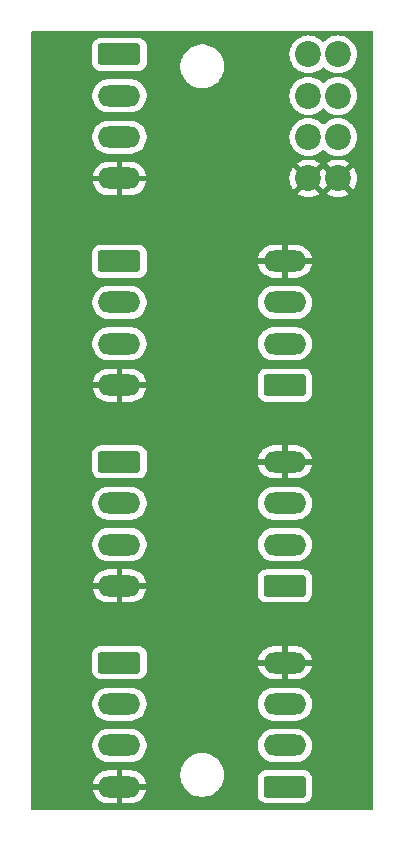
<source format=gbr>
%TF.GenerationSoftware,KiCad,Pcbnew,8.0.2*%
%TF.CreationDate,2024-09-06T00:12:25+02:00*%
%TF.ProjectId,splitX_pluggable_4p,73706c69-7458-45f7-906c-75676761626c,rev?*%
%TF.SameCoordinates,Original*%
%TF.FileFunction,Copper,L4,Bot*%
%TF.FilePolarity,Positive*%
%FSLAX46Y46*%
G04 Gerber Fmt 4.6, Leading zero omitted, Abs format (unit mm)*
G04 Created by KiCad (PCBNEW 8.0.2) date 2024-09-06 00:12:25*
%MOMM*%
%LPD*%
G01*
G04 APERTURE LIST*
G04 Aperture macros list*
%AMRoundRect*
0 Rectangle with rounded corners*
0 $1 Rounding radius*
0 $2 $3 $4 $5 $6 $7 $8 $9 X,Y pos of 4 corners*
0 Add a 4 corners polygon primitive as box body*
4,1,4,$2,$3,$4,$5,$6,$7,$8,$9,$2,$3,0*
0 Add four circle primitives for the rounded corners*
1,1,$1+$1,$2,$3*
1,1,$1+$1,$4,$5*
1,1,$1+$1,$6,$7*
1,1,$1+$1,$8,$9*
0 Add four rect primitives between the rounded corners*
20,1,$1+$1,$2,$3,$4,$5,0*
20,1,$1+$1,$4,$5,$6,$7,0*
20,1,$1+$1,$6,$7,$8,$9,0*
20,1,$1+$1,$8,$9,$2,$3,0*%
G04 Aperture macros list end*
%TA.AperFunction,ComponentPad*%
%ADD10RoundRect,0.250000X-1.550000X0.650000X-1.550000X-0.650000X1.550000X-0.650000X1.550000X0.650000X0*%
%TD*%
%TA.AperFunction,ComponentPad*%
%ADD11O,3.600000X1.800000*%
%TD*%
%TA.AperFunction,ComponentPad*%
%ADD12RoundRect,0.250000X1.550000X-0.650000X1.550000X0.650000X-1.550000X0.650000X-1.550000X-0.650000X0*%
%TD*%
%TA.AperFunction,ComponentPad*%
%ADD13C,2.200000*%
%TD*%
G04 APERTURE END LIST*
D10*
%TO.P,J108,1,Pin_1*%
%TO.N,/A*%
X91000000Y-99000000D03*
D11*
%TO.P,J108,2,Pin_2*%
%TO.N,/B*%
X91000000Y-102500000D03*
%TO.P,J108,3,Pin_3*%
%TO.N,/C*%
X91000000Y-106000000D03*
%TO.P,J108,4,Pin_4*%
%TO.N,/D*%
X91000000Y-109500000D03*
%TD*%
D12*
%TO.P,J107,1,Pin_1*%
%TO.N,/A*%
X105000000Y-109500000D03*
D11*
%TO.P,J107,2,Pin_2*%
%TO.N,/B*%
X105000000Y-106000000D03*
%TO.P,J107,3,Pin_3*%
%TO.N,/C*%
X105000000Y-102500000D03*
%TO.P,J107,4,Pin_4*%
%TO.N,/D*%
X105000000Y-99000000D03*
%TD*%
D10*
%TO.P,J106,1,Pin_1*%
%TO.N,/A*%
X91000000Y-82000000D03*
D11*
%TO.P,J106,2,Pin_2*%
%TO.N,/B*%
X91000000Y-85500000D03*
%TO.P,J106,3,Pin_3*%
%TO.N,/C*%
X91000000Y-89000000D03*
%TO.P,J106,4,Pin_4*%
%TO.N,/D*%
X91000000Y-92500000D03*
%TD*%
D10*
%TO.P,J105,1,Pin_1*%
%TO.N,/A*%
X91000000Y-47500000D03*
D11*
%TO.P,J105,2,Pin_2*%
%TO.N,/B*%
X91000000Y-51000000D03*
%TO.P,J105,3,Pin_3*%
%TO.N,/C*%
X91000000Y-54500000D03*
%TO.P,J105,4,Pin_4*%
%TO.N,/D*%
X91000000Y-58000000D03*
%TD*%
D13*
%TO.P,J104,1,Pin_1*%
%TO.N,/D*%
X107000000Y-58000000D03*
X109500000Y-58000000D03*
%TO.P,J104,2,Pin_2*%
%TO.N,/C*%
X107000000Y-54500000D03*
X109500000Y-54500000D03*
%TO.P,J104,3,Pin_3*%
%TO.N,/B*%
X107000000Y-51000000D03*
X109500000Y-51000000D03*
%TO.P,J104,4,Pin_4*%
%TO.N,/A*%
X107000000Y-47500000D03*
X109500000Y-47500000D03*
%TD*%
D12*
%TO.P,J103,1,Pin_1*%
%TO.N,/A*%
X105000000Y-92500000D03*
D11*
%TO.P,J103,2,Pin_2*%
%TO.N,/B*%
X105000000Y-89000000D03*
%TO.P,J103,3,Pin_3*%
%TO.N,/C*%
X105000000Y-85500000D03*
%TO.P,J103,4,Pin_4*%
%TO.N,/D*%
X105000000Y-82000000D03*
%TD*%
D12*
%TO.P,J102,1,Pin_1*%
%TO.N,/A*%
X105000000Y-75500000D03*
D11*
%TO.P,J102,2,Pin_2*%
%TO.N,/B*%
X105000000Y-72000000D03*
%TO.P,J102,3,Pin_3*%
%TO.N,/C*%
X105000000Y-68500000D03*
%TO.P,J102,4,Pin_4*%
%TO.N,/D*%
X105000000Y-65000000D03*
%TD*%
D10*
%TO.P,J101,1,Pin_1*%
%TO.N,/A*%
X91000000Y-65000000D03*
D11*
%TO.P,J101,2,Pin_2*%
%TO.N,/B*%
X91000000Y-68500000D03*
%TO.P,J101,3,Pin_3*%
%TO.N,/C*%
X91000000Y-72000000D03*
%TO.P,J101,4,Pin_4*%
%TO.N,/D*%
X91000000Y-75500000D03*
%TD*%
%TA.AperFunction,Conductor*%
%TO.N,/D*%
G36*
X112442539Y-45520185D02*
G01*
X112488294Y-45572989D01*
X112499500Y-45624500D01*
X112499500Y-111375500D01*
X112479815Y-111442539D01*
X112427011Y-111488294D01*
X112375500Y-111499500D01*
X83624500Y-111499500D01*
X83557461Y-111479815D01*
X83511706Y-111427011D01*
X83500500Y-111375500D01*
X83500500Y-109250000D01*
X88722145Y-109250000D01*
X90451518Y-109250000D01*
X90440889Y-109268409D01*
X90400000Y-109421009D01*
X90400000Y-109578991D01*
X90440889Y-109731591D01*
X90451518Y-109750000D01*
X88722145Y-109750000D01*
X88734473Y-109827835D01*
X88734473Y-109827838D01*
X88802567Y-110037410D01*
X88902613Y-110233760D01*
X89032142Y-110412041D01*
X89187958Y-110567857D01*
X89366239Y-110697386D01*
X89562589Y-110797432D01*
X89772164Y-110865526D01*
X89989819Y-110900000D01*
X90750000Y-110900000D01*
X90750000Y-110048482D01*
X90768409Y-110059111D01*
X90921009Y-110100000D01*
X91078991Y-110100000D01*
X91231591Y-110059111D01*
X91250000Y-110048482D01*
X91250000Y-110900000D01*
X92010181Y-110900000D01*
X92227835Y-110865526D01*
X92437410Y-110797432D01*
X92633760Y-110697386D01*
X92812041Y-110567857D01*
X92967857Y-110412041D01*
X93097386Y-110233760D01*
X93197432Y-110037410D01*
X93265526Y-109827838D01*
X93265526Y-109827835D01*
X93277855Y-109750000D01*
X91548482Y-109750000D01*
X91559111Y-109731591D01*
X91600000Y-109578991D01*
X91600000Y-109421009D01*
X91559111Y-109268409D01*
X91548482Y-109250000D01*
X93277855Y-109250000D01*
X93265526Y-109172164D01*
X93265526Y-109172161D01*
X93197432Y-108962589D01*
X93097386Y-108766239D01*
X92967857Y-108587958D01*
X92812041Y-108432142D01*
X92738500Y-108378711D01*
X96149500Y-108378711D01*
X96149500Y-108621288D01*
X96181161Y-108861785D01*
X96243947Y-109096104D01*
X96336773Y-109320205D01*
X96336776Y-109320212D01*
X96458064Y-109530289D01*
X96458066Y-109530292D01*
X96458067Y-109530293D01*
X96605733Y-109722736D01*
X96605739Y-109722743D01*
X96777256Y-109894260D01*
X96777262Y-109894265D01*
X96969711Y-110041936D01*
X97179788Y-110163224D01*
X97403900Y-110256054D01*
X97638211Y-110318838D01*
X97818586Y-110342584D01*
X97878711Y-110350500D01*
X97878712Y-110350500D01*
X98121289Y-110350500D01*
X98169388Y-110344167D01*
X98361789Y-110318838D01*
X98596100Y-110256054D01*
X98820212Y-110163224D01*
X99030289Y-110041936D01*
X99222738Y-109894265D01*
X99394265Y-109722738D01*
X99541936Y-109530289D01*
X99663224Y-109320212D01*
X99756054Y-109096100D01*
X99818838Y-108861789D01*
X99826975Y-108799983D01*
X102699500Y-108799983D01*
X102699500Y-110200001D01*
X102699501Y-110200018D01*
X102710000Y-110302796D01*
X102710001Y-110302799D01*
X102715316Y-110318838D01*
X102765186Y-110469334D01*
X102857288Y-110618656D01*
X102981344Y-110742712D01*
X103130666Y-110834814D01*
X103297203Y-110889999D01*
X103399991Y-110900500D01*
X106600008Y-110900499D01*
X106702797Y-110889999D01*
X106869334Y-110834814D01*
X107018656Y-110742712D01*
X107142712Y-110618656D01*
X107234814Y-110469334D01*
X107289999Y-110302797D01*
X107300500Y-110200009D01*
X107300499Y-108799992D01*
X107289999Y-108697203D01*
X107234814Y-108530666D01*
X107142712Y-108381344D01*
X107018656Y-108257288D01*
X106869334Y-108165186D01*
X106702797Y-108110001D01*
X106702795Y-108110000D01*
X106600010Y-108099500D01*
X103399998Y-108099500D01*
X103399981Y-108099501D01*
X103297203Y-108110000D01*
X103297200Y-108110001D01*
X103130668Y-108165185D01*
X103130663Y-108165187D01*
X102981342Y-108257289D01*
X102857289Y-108381342D01*
X102765187Y-108530663D01*
X102765186Y-108530666D01*
X102710001Y-108697203D01*
X102710001Y-108697204D01*
X102710000Y-108697204D01*
X102699500Y-108799983D01*
X99826975Y-108799983D01*
X99850500Y-108621288D01*
X99850500Y-108378712D01*
X99818838Y-108138211D01*
X99756054Y-107903900D01*
X99663224Y-107679788D01*
X99541936Y-107469711D01*
X99394265Y-107277262D01*
X99394260Y-107277256D01*
X99222743Y-107105739D01*
X99222736Y-107105733D01*
X99030293Y-106958067D01*
X99030292Y-106958066D01*
X99030289Y-106958064D01*
X98820212Y-106836776D01*
X98820205Y-106836773D01*
X98596104Y-106743947D01*
X98361785Y-106681161D01*
X98121289Y-106649500D01*
X98121288Y-106649500D01*
X97878712Y-106649500D01*
X97878711Y-106649500D01*
X97638214Y-106681161D01*
X97403895Y-106743947D01*
X97179794Y-106836773D01*
X97179785Y-106836777D01*
X96969706Y-106958067D01*
X96777263Y-107105733D01*
X96777256Y-107105739D01*
X96605739Y-107277256D01*
X96605733Y-107277263D01*
X96458067Y-107469706D01*
X96336777Y-107679785D01*
X96336773Y-107679794D01*
X96243947Y-107903895D01*
X96181161Y-108138214D01*
X96149500Y-108378711D01*
X92738500Y-108378711D01*
X92633760Y-108302613D01*
X92437410Y-108202567D01*
X92227835Y-108134473D01*
X92010181Y-108100000D01*
X91250000Y-108100000D01*
X91250000Y-108951517D01*
X91231591Y-108940889D01*
X91078991Y-108900000D01*
X90921009Y-108900000D01*
X90768409Y-108940889D01*
X90750000Y-108951517D01*
X90750000Y-108100000D01*
X89989819Y-108100000D01*
X89772164Y-108134473D01*
X89562589Y-108202567D01*
X89366239Y-108302613D01*
X89187958Y-108432142D01*
X89032142Y-108587958D01*
X88902613Y-108766239D01*
X88802567Y-108962589D01*
X88734473Y-109172161D01*
X88734473Y-109172164D01*
X88722145Y-109250000D01*
X83500500Y-109250000D01*
X83500500Y-105889778D01*
X88699500Y-105889778D01*
X88699500Y-106110221D01*
X88733985Y-106327952D01*
X88802103Y-106537603D01*
X88802104Y-106537606D01*
X88902187Y-106734025D01*
X89031752Y-106912358D01*
X89031756Y-106912363D01*
X89187636Y-107068243D01*
X89187641Y-107068247D01*
X89343192Y-107181260D01*
X89365978Y-107197815D01*
X89494375Y-107263237D01*
X89562393Y-107297895D01*
X89562396Y-107297896D01*
X89667221Y-107331955D01*
X89772049Y-107366015D01*
X89989778Y-107400500D01*
X89989779Y-107400500D01*
X92010221Y-107400500D01*
X92010222Y-107400500D01*
X92227951Y-107366015D01*
X92437606Y-107297895D01*
X92634022Y-107197815D01*
X92812365Y-107068242D01*
X92968242Y-106912365D01*
X93097815Y-106734022D01*
X93197895Y-106537606D01*
X93266015Y-106327951D01*
X93300500Y-106110222D01*
X93300500Y-105889778D01*
X102699500Y-105889778D01*
X102699500Y-106110221D01*
X102733985Y-106327952D01*
X102802103Y-106537603D01*
X102802104Y-106537606D01*
X102902187Y-106734025D01*
X103031752Y-106912358D01*
X103031756Y-106912363D01*
X103187636Y-107068243D01*
X103187641Y-107068247D01*
X103343192Y-107181260D01*
X103365978Y-107197815D01*
X103494375Y-107263237D01*
X103562393Y-107297895D01*
X103562396Y-107297896D01*
X103667221Y-107331955D01*
X103772049Y-107366015D01*
X103989778Y-107400500D01*
X103989779Y-107400500D01*
X106010221Y-107400500D01*
X106010222Y-107400500D01*
X106227951Y-107366015D01*
X106437606Y-107297895D01*
X106634022Y-107197815D01*
X106812365Y-107068242D01*
X106968242Y-106912365D01*
X107097815Y-106734022D01*
X107197895Y-106537606D01*
X107266015Y-106327951D01*
X107300500Y-106110222D01*
X107300500Y-105889778D01*
X107266015Y-105672049D01*
X107197895Y-105462394D01*
X107197895Y-105462393D01*
X107163237Y-105394375D01*
X107097815Y-105265978D01*
X107081260Y-105243192D01*
X106968247Y-105087641D01*
X106968243Y-105087636D01*
X106812363Y-104931756D01*
X106812358Y-104931752D01*
X106634025Y-104802187D01*
X106634024Y-104802186D01*
X106634022Y-104802185D01*
X106571096Y-104770122D01*
X106437606Y-104702104D01*
X106437603Y-104702103D01*
X106227952Y-104633985D01*
X106119086Y-104616742D01*
X106010222Y-104599500D01*
X103989778Y-104599500D01*
X103917201Y-104610995D01*
X103772047Y-104633985D01*
X103562396Y-104702103D01*
X103562393Y-104702104D01*
X103365974Y-104802187D01*
X103187641Y-104931752D01*
X103187636Y-104931756D01*
X103031756Y-105087636D01*
X103031752Y-105087641D01*
X102902187Y-105265974D01*
X102802104Y-105462393D01*
X102802103Y-105462396D01*
X102733985Y-105672047D01*
X102699500Y-105889778D01*
X93300500Y-105889778D01*
X93266015Y-105672049D01*
X93197895Y-105462394D01*
X93197895Y-105462393D01*
X93163237Y-105394375D01*
X93097815Y-105265978D01*
X93081260Y-105243192D01*
X92968247Y-105087641D01*
X92968243Y-105087636D01*
X92812363Y-104931756D01*
X92812358Y-104931752D01*
X92634025Y-104802187D01*
X92634024Y-104802186D01*
X92634022Y-104802185D01*
X92571096Y-104770122D01*
X92437606Y-104702104D01*
X92437603Y-104702103D01*
X92227952Y-104633985D01*
X92119086Y-104616742D01*
X92010222Y-104599500D01*
X89989778Y-104599500D01*
X89917201Y-104610995D01*
X89772047Y-104633985D01*
X89562396Y-104702103D01*
X89562393Y-104702104D01*
X89365974Y-104802187D01*
X89187641Y-104931752D01*
X89187636Y-104931756D01*
X89031756Y-105087636D01*
X89031752Y-105087641D01*
X88902187Y-105265974D01*
X88802104Y-105462393D01*
X88802103Y-105462396D01*
X88733985Y-105672047D01*
X88699500Y-105889778D01*
X83500500Y-105889778D01*
X83500500Y-102389778D01*
X88699500Y-102389778D01*
X88699500Y-102610221D01*
X88733985Y-102827952D01*
X88802103Y-103037603D01*
X88802104Y-103037606D01*
X88902187Y-103234025D01*
X89031752Y-103412358D01*
X89031756Y-103412363D01*
X89187636Y-103568243D01*
X89187641Y-103568247D01*
X89343192Y-103681260D01*
X89365978Y-103697815D01*
X89494375Y-103763237D01*
X89562393Y-103797895D01*
X89562396Y-103797896D01*
X89667221Y-103831955D01*
X89772049Y-103866015D01*
X89989778Y-103900500D01*
X89989779Y-103900500D01*
X92010221Y-103900500D01*
X92010222Y-103900500D01*
X92227951Y-103866015D01*
X92437606Y-103797895D01*
X92634022Y-103697815D01*
X92812365Y-103568242D01*
X92968242Y-103412365D01*
X93097815Y-103234022D01*
X93197895Y-103037606D01*
X93266015Y-102827951D01*
X93300500Y-102610222D01*
X93300500Y-102389778D01*
X102699500Y-102389778D01*
X102699500Y-102610221D01*
X102733985Y-102827952D01*
X102802103Y-103037603D01*
X102802104Y-103037606D01*
X102902187Y-103234025D01*
X103031752Y-103412358D01*
X103031756Y-103412363D01*
X103187636Y-103568243D01*
X103187641Y-103568247D01*
X103343192Y-103681260D01*
X103365978Y-103697815D01*
X103494375Y-103763237D01*
X103562393Y-103797895D01*
X103562396Y-103797896D01*
X103667221Y-103831955D01*
X103772049Y-103866015D01*
X103989778Y-103900500D01*
X103989779Y-103900500D01*
X106010221Y-103900500D01*
X106010222Y-103900500D01*
X106227951Y-103866015D01*
X106437606Y-103797895D01*
X106634022Y-103697815D01*
X106812365Y-103568242D01*
X106968242Y-103412365D01*
X107097815Y-103234022D01*
X107197895Y-103037606D01*
X107266015Y-102827951D01*
X107300500Y-102610222D01*
X107300500Y-102389778D01*
X107266015Y-102172049D01*
X107197895Y-101962394D01*
X107197895Y-101962393D01*
X107163237Y-101894375D01*
X107097815Y-101765978D01*
X107081260Y-101743192D01*
X106968247Y-101587641D01*
X106968243Y-101587636D01*
X106812363Y-101431756D01*
X106812358Y-101431752D01*
X106634025Y-101302187D01*
X106634024Y-101302186D01*
X106634022Y-101302185D01*
X106571096Y-101270122D01*
X106437606Y-101202104D01*
X106437603Y-101202103D01*
X106227952Y-101133985D01*
X106119086Y-101116742D01*
X106010222Y-101099500D01*
X103989778Y-101099500D01*
X103917201Y-101110995D01*
X103772047Y-101133985D01*
X103562396Y-101202103D01*
X103562393Y-101202104D01*
X103365974Y-101302187D01*
X103187641Y-101431752D01*
X103187636Y-101431756D01*
X103031756Y-101587636D01*
X103031752Y-101587641D01*
X102902187Y-101765974D01*
X102802104Y-101962393D01*
X102802103Y-101962396D01*
X102733985Y-102172047D01*
X102699500Y-102389778D01*
X93300500Y-102389778D01*
X93266015Y-102172049D01*
X93197895Y-101962394D01*
X93197895Y-101962393D01*
X93163237Y-101894375D01*
X93097815Y-101765978D01*
X93081260Y-101743192D01*
X92968247Y-101587641D01*
X92968243Y-101587636D01*
X92812363Y-101431756D01*
X92812358Y-101431752D01*
X92634025Y-101302187D01*
X92634024Y-101302186D01*
X92634022Y-101302185D01*
X92571096Y-101270122D01*
X92437606Y-101202104D01*
X92437603Y-101202103D01*
X92227952Y-101133985D01*
X92119086Y-101116742D01*
X92010222Y-101099500D01*
X89989778Y-101099500D01*
X89917201Y-101110995D01*
X89772047Y-101133985D01*
X89562396Y-101202103D01*
X89562393Y-101202104D01*
X89365974Y-101302187D01*
X89187641Y-101431752D01*
X89187636Y-101431756D01*
X89031756Y-101587636D01*
X89031752Y-101587641D01*
X88902187Y-101765974D01*
X88802104Y-101962393D01*
X88802103Y-101962396D01*
X88733985Y-102172047D01*
X88699500Y-102389778D01*
X83500500Y-102389778D01*
X83500500Y-98299983D01*
X88699500Y-98299983D01*
X88699500Y-99700001D01*
X88699501Y-99700018D01*
X88710000Y-99802796D01*
X88710001Y-99802799D01*
X88746201Y-99912041D01*
X88765186Y-99969334D01*
X88857288Y-100118656D01*
X88981344Y-100242712D01*
X89130666Y-100334814D01*
X89297203Y-100389999D01*
X89399991Y-100400500D01*
X92600008Y-100400499D01*
X92702797Y-100389999D01*
X92869334Y-100334814D01*
X93018656Y-100242712D01*
X93142712Y-100118656D01*
X93234814Y-99969334D01*
X93289999Y-99802797D01*
X93300500Y-99700009D01*
X93300499Y-98750000D01*
X102722145Y-98750000D01*
X104451518Y-98750000D01*
X104440889Y-98768409D01*
X104400000Y-98921009D01*
X104400000Y-99078991D01*
X104440889Y-99231591D01*
X104451518Y-99250000D01*
X102722145Y-99250000D01*
X102734473Y-99327835D01*
X102734473Y-99327838D01*
X102802567Y-99537410D01*
X102902613Y-99733760D01*
X103032142Y-99912041D01*
X103187958Y-100067857D01*
X103366239Y-100197386D01*
X103562589Y-100297432D01*
X103772164Y-100365526D01*
X103989819Y-100400000D01*
X104750000Y-100400000D01*
X104750000Y-99548482D01*
X104768409Y-99559111D01*
X104921009Y-99600000D01*
X105078991Y-99600000D01*
X105231591Y-99559111D01*
X105250000Y-99548482D01*
X105250000Y-100400000D01*
X106010181Y-100400000D01*
X106227835Y-100365526D01*
X106437410Y-100297432D01*
X106633760Y-100197386D01*
X106812041Y-100067857D01*
X106967857Y-99912041D01*
X107097386Y-99733760D01*
X107197432Y-99537410D01*
X107265526Y-99327838D01*
X107265526Y-99327835D01*
X107277855Y-99250000D01*
X105548482Y-99250000D01*
X105559111Y-99231591D01*
X105600000Y-99078991D01*
X105600000Y-98921009D01*
X105559111Y-98768409D01*
X105548482Y-98750000D01*
X107277855Y-98750000D01*
X107265526Y-98672164D01*
X107265526Y-98672161D01*
X107197432Y-98462589D01*
X107097386Y-98266239D01*
X106967857Y-98087958D01*
X106812041Y-97932142D01*
X106633760Y-97802613D01*
X106437410Y-97702567D01*
X106227835Y-97634473D01*
X106010181Y-97600000D01*
X105250000Y-97600000D01*
X105250000Y-98451517D01*
X105231591Y-98440889D01*
X105078991Y-98400000D01*
X104921009Y-98400000D01*
X104768409Y-98440889D01*
X104750000Y-98451517D01*
X104750000Y-97600000D01*
X103989819Y-97600000D01*
X103772164Y-97634473D01*
X103562589Y-97702567D01*
X103366239Y-97802613D01*
X103187958Y-97932142D01*
X103032142Y-98087958D01*
X102902613Y-98266239D01*
X102802567Y-98462589D01*
X102734473Y-98672161D01*
X102734473Y-98672164D01*
X102722145Y-98750000D01*
X93300499Y-98750000D01*
X93300499Y-98299992D01*
X93289999Y-98197203D01*
X93234814Y-98030666D01*
X93142712Y-97881344D01*
X93018656Y-97757288D01*
X92869334Y-97665186D01*
X92702797Y-97610001D01*
X92702795Y-97610000D01*
X92600010Y-97599500D01*
X89399998Y-97599500D01*
X89399981Y-97599501D01*
X89297203Y-97610000D01*
X89297200Y-97610001D01*
X89130668Y-97665185D01*
X89130663Y-97665187D01*
X88981342Y-97757289D01*
X88857289Y-97881342D01*
X88765187Y-98030663D01*
X88765186Y-98030666D01*
X88710001Y-98197203D01*
X88710001Y-98197204D01*
X88710000Y-98197204D01*
X88699500Y-98299983D01*
X83500500Y-98299983D01*
X83500500Y-92250000D01*
X88722145Y-92250000D01*
X90451518Y-92250000D01*
X90440889Y-92268409D01*
X90400000Y-92421009D01*
X90400000Y-92578991D01*
X90440889Y-92731591D01*
X90451518Y-92750000D01*
X88722145Y-92750000D01*
X88734473Y-92827835D01*
X88734473Y-92827838D01*
X88802567Y-93037410D01*
X88902613Y-93233760D01*
X89032142Y-93412041D01*
X89187958Y-93567857D01*
X89366239Y-93697386D01*
X89562589Y-93797432D01*
X89772164Y-93865526D01*
X89989819Y-93900000D01*
X90750000Y-93900000D01*
X90750000Y-93048482D01*
X90768409Y-93059111D01*
X90921009Y-93100000D01*
X91078991Y-93100000D01*
X91231591Y-93059111D01*
X91250000Y-93048482D01*
X91250000Y-93900000D01*
X92010181Y-93900000D01*
X92227835Y-93865526D01*
X92437410Y-93797432D01*
X92633760Y-93697386D01*
X92812041Y-93567857D01*
X92967857Y-93412041D01*
X93097386Y-93233760D01*
X93197432Y-93037410D01*
X93265526Y-92827838D01*
X93265526Y-92827835D01*
X93277855Y-92750000D01*
X91548482Y-92750000D01*
X91559111Y-92731591D01*
X91600000Y-92578991D01*
X91600000Y-92421009D01*
X91559111Y-92268409D01*
X91548482Y-92250000D01*
X93277855Y-92250000D01*
X93265526Y-92172164D01*
X93265526Y-92172161D01*
X93197432Y-91962589D01*
X93114580Y-91799983D01*
X102699500Y-91799983D01*
X102699500Y-93200001D01*
X102699501Y-93200018D01*
X102710000Y-93302796D01*
X102710001Y-93302799D01*
X102746201Y-93412041D01*
X102765186Y-93469334D01*
X102857288Y-93618656D01*
X102981344Y-93742712D01*
X103130666Y-93834814D01*
X103297203Y-93889999D01*
X103399991Y-93900500D01*
X106600008Y-93900499D01*
X106702797Y-93889999D01*
X106869334Y-93834814D01*
X107018656Y-93742712D01*
X107142712Y-93618656D01*
X107234814Y-93469334D01*
X107289999Y-93302797D01*
X107300500Y-93200009D01*
X107300499Y-91799992D01*
X107289999Y-91697203D01*
X107234814Y-91530666D01*
X107142712Y-91381344D01*
X107018656Y-91257288D01*
X106869334Y-91165186D01*
X106702797Y-91110001D01*
X106702795Y-91110000D01*
X106600010Y-91099500D01*
X103399998Y-91099500D01*
X103399981Y-91099501D01*
X103297203Y-91110000D01*
X103297200Y-91110001D01*
X103130668Y-91165185D01*
X103130663Y-91165187D01*
X102981342Y-91257289D01*
X102857289Y-91381342D01*
X102765187Y-91530663D01*
X102765186Y-91530666D01*
X102710001Y-91697203D01*
X102710001Y-91697204D01*
X102710000Y-91697204D01*
X102699500Y-91799983D01*
X93114580Y-91799983D01*
X93097386Y-91766239D01*
X92967857Y-91587958D01*
X92812041Y-91432142D01*
X92633760Y-91302613D01*
X92437410Y-91202567D01*
X92227835Y-91134473D01*
X92010181Y-91100000D01*
X91250000Y-91100000D01*
X91250000Y-91951517D01*
X91231591Y-91940889D01*
X91078991Y-91900000D01*
X90921009Y-91900000D01*
X90768409Y-91940889D01*
X90750000Y-91951517D01*
X90750000Y-91100000D01*
X89989819Y-91100000D01*
X89772164Y-91134473D01*
X89562589Y-91202567D01*
X89366239Y-91302613D01*
X89187958Y-91432142D01*
X89032142Y-91587958D01*
X88902613Y-91766239D01*
X88802567Y-91962589D01*
X88734473Y-92172161D01*
X88734473Y-92172164D01*
X88722145Y-92250000D01*
X83500500Y-92250000D01*
X83500500Y-88889778D01*
X88699500Y-88889778D01*
X88699500Y-89110221D01*
X88733985Y-89327952D01*
X88802103Y-89537603D01*
X88802104Y-89537606D01*
X88902187Y-89734025D01*
X89031752Y-89912358D01*
X89031756Y-89912363D01*
X89187636Y-90068243D01*
X89187641Y-90068247D01*
X89343192Y-90181260D01*
X89365978Y-90197815D01*
X89494375Y-90263237D01*
X89562393Y-90297895D01*
X89562396Y-90297896D01*
X89667221Y-90331955D01*
X89772049Y-90366015D01*
X89989778Y-90400500D01*
X89989779Y-90400500D01*
X92010221Y-90400500D01*
X92010222Y-90400500D01*
X92227951Y-90366015D01*
X92437606Y-90297895D01*
X92634022Y-90197815D01*
X92812365Y-90068242D01*
X92968242Y-89912365D01*
X93097815Y-89734022D01*
X93197895Y-89537606D01*
X93266015Y-89327951D01*
X93300500Y-89110222D01*
X93300500Y-88889778D01*
X102699500Y-88889778D01*
X102699500Y-89110221D01*
X102733985Y-89327952D01*
X102802103Y-89537603D01*
X102802104Y-89537606D01*
X102902187Y-89734025D01*
X103031752Y-89912358D01*
X103031756Y-89912363D01*
X103187636Y-90068243D01*
X103187641Y-90068247D01*
X103343192Y-90181260D01*
X103365978Y-90197815D01*
X103494375Y-90263237D01*
X103562393Y-90297895D01*
X103562396Y-90297896D01*
X103667221Y-90331955D01*
X103772049Y-90366015D01*
X103989778Y-90400500D01*
X103989779Y-90400500D01*
X106010221Y-90400500D01*
X106010222Y-90400500D01*
X106227951Y-90366015D01*
X106437606Y-90297895D01*
X106634022Y-90197815D01*
X106812365Y-90068242D01*
X106968242Y-89912365D01*
X107097815Y-89734022D01*
X107197895Y-89537606D01*
X107266015Y-89327951D01*
X107300500Y-89110222D01*
X107300500Y-88889778D01*
X107266015Y-88672049D01*
X107197895Y-88462394D01*
X107197895Y-88462393D01*
X107163237Y-88394375D01*
X107097815Y-88265978D01*
X107081260Y-88243192D01*
X106968247Y-88087641D01*
X106968243Y-88087636D01*
X106812363Y-87931756D01*
X106812358Y-87931752D01*
X106634025Y-87802187D01*
X106634024Y-87802186D01*
X106634022Y-87802185D01*
X106571096Y-87770122D01*
X106437606Y-87702104D01*
X106437603Y-87702103D01*
X106227952Y-87633985D01*
X106119086Y-87616742D01*
X106010222Y-87599500D01*
X103989778Y-87599500D01*
X103917201Y-87610995D01*
X103772047Y-87633985D01*
X103562396Y-87702103D01*
X103562393Y-87702104D01*
X103365974Y-87802187D01*
X103187641Y-87931752D01*
X103187636Y-87931756D01*
X103031756Y-88087636D01*
X103031752Y-88087641D01*
X102902187Y-88265974D01*
X102802104Y-88462393D01*
X102802103Y-88462396D01*
X102733985Y-88672047D01*
X102699500Y-88889778D01*
X93300500Y-88889778D01*
X93266015Y-88672049D01*
X93197895Y-88462394D01*
X93197895Y-88462393D01*
X93163237Y-88394375D01*
X93097815Y-88265978D01*
X93081260Y-88243192D01*
X92968247Y-88087641D01*
X92968243Y-88087636D01*
X92812363Y-87931756D01*
X92812358Y-87931752D01*
X92634025Y-87802187D01*
X92634024Y-87802186D01*
X92634022Y-87802185D01*
X92571096Y-87770122D01*
X92437606Y-87702104D01*
X92437603Y-87702103D01*
X92227952Y-87633985D01*
X92119086Y-87616742D01*
X92010222Y-87599500D01*
X89989778Y-87599500D01*
X89917201Y-87610995D01*
X89772047Y-87633985D01*
X89562396Y-87702103D01*
X89562393Y-87702104D01*
X89365974Y-87802187D01*
X89187641Y-87931752D01*
X89187636Y-87931756D01*
X89031756Y-88087636D01*
X89031752Y-88087641D01*
X88902187Y-88265974D01*
X88802104Y-88462393D01*
X88802103Y-88462396D01*
X88733985Y-88672047D01*
X88699500Y-88889778D01*
X83500500Y-88889778D01*
X83500500Y-85389778D01*
X88699500Y-85389778D01*
X88699500Y-85610221D01*
X88733985Y-85827952D01*
X88802103Y-86037603D01*
X88802104Y-86037606D01*
X88902187Y-86234025D01*
X89031752Y-86412358D01*
X89031756Y-86412363D01*
X89187636Y-86568243D01*
X89187641Y-86568247D01*
X89343192Y-86681260D01*
X89365978Y-86697815D01*
X89494375Y-86763237D01*
X89562393Y-86797895D01*
X89562396Y-86797896D01*
X89667221Y-86831955D01*
X89772049Y-86866015D01*
X89989778Y-86900500D01*
X89989779Y-86900500D01*
X92010221Y-86900500D01*
X92010222Y-86900500D01*
X92227951Y-86866015D01*
X92437606Y-86797895D01*
X92634022Y-86697815D01*
X92812365Y-86568242D01*
X92968242Y-86412365D01*
X93097815Y-86234022D01*
X93197895Y-86037606D01*
X93266015Y-85827951D01*
X93300500Y-85610222D01*
X93300500Y-85389778D01*
X102699500Y-85389778D01*
X102699500Y-85610221D01*
X102733985Y-85827952D01*
X102802103Y-86037603D01*
X102802104Y-86037606D01*
X102902187Y-86234025D01*
X103031752Y-86412358D01*
X103031756Y-86412363D01*
X103187636Y-86568243D01*
X103187641Y-86568247D01*
X103343192Y-86681260D01*
X103365978Y-86697815D01*
X103494375Y-86763237D01*
X103562393Y-86797895D01*
X103562396Y-86797896D01*
X103667221Y-86831955D01*
X103772049Y-86866015D01*
X103989778Y-86900500D01*
X103989779Y-86900500D01*
X106010221Y-86900500D01*
X106010222Y-86900500D01*
X106227951Y-86866015D01*
X106437606Y-86797895D01*
X106634022Y-86697815D01*
X106812365Y-86568242D01*
X106968242Y-86412365D01*
X107097815Y-86234022D01*
X107197895Y-86037606D01*
X107266015Y-85827951D01*
X107300500Y-85610222D01*
X107300500Y-85389778D01*
X107266015Y-85172049D01*
X107197895Y-84962394D01*
X107197895Y-84962393D01*
X107163237Y-84894375D01*
X107097815Y-84765978D01*
X107081260Y-84743192D01*
X106968247Y-84587641D01*
X106968243Y-84587636D01*
X106812363Y-84431756D01*
X106812358Y-84431752D01*
X106634025Y-84302187D01*
X106634024Y-84302186D01*
X106634022Y-84302185D01*
X106571096Y-84270122D01*
X106437606Y-84202104D01*
X106437603Y-84202103D01*
X106227952Y-84133985D01*
X106119086Y-84116742D01*
X106010222Y-84099500D01*
X103989778Y-84099500D01*
X103917201Y-84110995D01*
X103772047Y-84133985D01*
X103562396Y-84202103D01*
X103562393Y-84202104D01*
X103365974Y-84302187D01*
X103187641Y-84431752D01*
X103187636Y-84431756D01*
X103031756Y-84587636D01*
X103031752Y-84587641D01*
X102902187Y-84765974D01*
X102802104Y-84962393D01*
X102802103Y-84962396D01*
X102733985Y-85172047D01*
X102699500Y-85389778D01*
X93300500Y-85389778D01*
X93266015Y-85172049D01*
X93197895Y-84962394D01*
X93197895Y-84962393D01*
X93163237Y-84894375D01*
X93097815Y-84765978D01*
X93081260Y-84743192D01*
X92968247Y-84587641D01*
X92968243Y-84587636D01*
X92812363Y-84431756D01*
X92812358Y-84431752D01*
X92634025Y-84302187D01*
X92634024Y-84302186D01*
X92634022Y-84302185D01*
X92571096Y-84270122D01*
X92437606Y-84202104D01*
X92437603Y-84202103D01*
X92227952Y-84133985D01*
X92119086Y-84116742D01*
X92010222Y-84099500D01*
X89989778Y-84099500D01*
X89917201Y-84110995D01*
X89772047Y-84133985D01*
X89562396Y-84202103D01*
X89562393Y-84202104D01*
X89365974Y-84302187D01*
X89187641Y-84431752D01*
X89187636Y-84431756D01*
X89031756Y-84587636D01*
X89031752Y-84587641D01*
X88902187Y-84765974D01*
X88802104Y-84962393D01*
X88802103Y-84962396D01*
X88733985Y-85172047D01*
X88699500Y-85389778D01*
X83500500Y-85389778D01*
X83500500Y-81299983D01*
X88699500Y-81299983D01*
X88699500Y-82700001D01*
X88699501Y-82700018D01*
X88710000Y-82802796D01*
X88710001Y-82802799D01*
X88746201Y-82912041D01*
X88765186Y-82969334D01*
X88857288Y-83118656D01*
X88981344Y-83242712D01*
X89130666Y-83334814D01*
X89297203Y-83389999D01*
X89399991Y-83400500D01*
X92600008Y-83400499D01*
X92702797Y-83389999D01*
X92869334Y-83334814D01*
X93018656Y-83242712D01*
X93142712Y-83118656D01*
X93234814Y-82969334D01*
X93289999Y-82802797D01*
X93300500Y-82700009D01*
X93300499Y-81750000D01*
X102722145Y-81750000D01*
X104451518Y-81750000D01*
X104440889Y-81768409D01*
X104400000Y-81921009D01*
X104400000Y-82078991D01*
X104440889Y-82231591D01*
X104451518Y-82250000D01*
X102722145Y-82250000D01*
X102734473Y-82327835D01*
X102734473Y-82327838D01*
X102802567Y-82537410D01*
X102902613Y-82733760D01*
X103032142Y-82912041D01*
X103187958Y-83067857D01*
X103366239Y-83197386D01*
X103562589Y-83297432D01*
X103772164Y-83365526D01*
X103989819Y-83400000D01*
X104750000Y-83400000D01*
X104750000Y-82548482D01*
X104768409Y-82559111D01*
X104921009Y-82600000D01*
X105078991Y-82600000D01*
X105231591Y-82559111D01*
X105250000Y-82548482D01*
X105250000Y-83400000D01*
X106010181Y-83400000D01*
X106227835Y-83365526D01*
X106437410Y-83297432D01*
X106633760Y-83197386D01*
X106812041Y-83067857D01*
X106967857Y-82912041D01*
X107097386Y-82733760D01*
X107197432Y-82537410D01*
X107265526Y-82327838D01*
X107265526Y-82327835D01*
X107277855Y-82250000D01*
X105548482Y-82250000D01*
X105559111Y-82231591D01*
X105600000Y-82078991D01*
X105600000Y-81921009D01*
X105559111Y-81768409D01*
X105548482Y-81750000D01*
X107277855Y-81750000D01*
X107265526Y-81672164D01*
X107265526Y-81672161D01*
X107197432Y-81462589D01*
X107097386Y-81266239D01*
X106967857Y-81087958D01*
X106812041Y-80932142D01*
X106633760Y-80802613D01*
X106437410Y-80702567D01*
X106227835Y-80634473D01*
X106010181Y-80600000D01*
X105250000Y-80600000D01*
X105250000Y-81451517D01*
X105231591Y-81440889D01*
X105078991Y-81400000D01*
X104921009Y-81400000D01*
X104768409Y-81440889D01*
X104750000Y-81451517D01*
X104750000Y-80600000D01*
X103989819Y-80600000D01*
X103772164Y-80634473D01*
X103562589Y-80702567D01*
X103366239Y-80802613D01*
X103187958Y-80932142D01*
X103032142Y-81087958D01*
X102902613Y-81266239D01*
X102802567Y-81462589D01*
X102734473Y-81672161D01*
X102734473Y-81672164D01*
X102722145Y-81750000D01*
X93300499Y-81750000D01*
X93300499Y-81299992D01*
X93289999Y-81197203D01*
X93234814Y-81030666D01*
X93142712Y-80881344D01*
X93018656Y-80757288D01*
X92869334Y-80665186D01*
X92702797Y-80610001D01*
X92702795Y-80610000D01*
X92600010Y-80599500D01*
X89399998Y-80599500D01*
X89399981Y-80599501D01*
X89297203Y-80610000D01*
X89297200Y-80610001D01*
X89130668Y-80665185D01*
X89130663Y-80665187D01*
X88981342Y-80757289D01*
X88857289Y-80881342D01*
X88765187Y-81030663D01*
X88765186Y-81030666D01*
X88710001Y-81197203D01*
X88710001Y-81197204D01*
X88710000Y-81197204D01*
X88699500Y-81299983D01*
X83500500Y-81299983D01*
X83500500Y-75250000D01*
X88722145Y-75250000D01*
X90451518Y-75250000D01*
X90440889Y-75268409D01*
X90400000Y-75421009D01*
X90400000Y-75578991D01*
X90440889Y-75731591D01*
X90451518Y-75750000D01*
X88722145Y-75750000D01*
X88734473Y-75827835D01*
X88734473Y-75827838D01*
X88802567Y-76037410D01*
X88902613Y-76233760D01*
X89032142Y-76412041D01*
X89187958Y-76567857D01*
X89366239Y-76697386D01*
X89562589Y-76797432D01*
X89772164Y-76865526D01*
X89989819Y-76900000D01*
X90750000Y-76900000D01*
X90750000Y-76048482D01*
X90768409Y-76059111D01*
X90921009Y-76100000D01*
X91078991Y-76100000D01*
X91231591Y-76059111D01*
X91250000Y-76048482D01*
X91250000Y-76900000D01*
X92010181Y-76900000D01*
X92227835Y-76865526D01*
X92437410Y-76797432D01*
X92633760Y-76697386D01*
X92812041Y-76567857D01*
X92967857Y-76412041D01*
X93097386Y-76233760D01*
X93197432Y-76037410D01*
X93265526Y-75827838D01*
X93265526Y-75827835D01*
X93277855Y-75750000D01*
X91548482Y-75750000D01*
X91559111Y-75731591D01*
X91600000Y-75578991D01*
X91600000Y-75421009D01*
X91559111Y-75268409D01*
X91548482Y-75250000D01*
X93277855Y-75250000D01*
X93265526Y-75172164D01*
X93265526Y-75172161D01*
X93197432Y-74962589D01*
X93114580Y-74799983D01*
X102699500Y-74799983D01*
X102699500Y-76200001D01*
X102699501Y-76200018D01*
X102710000Y-76302796D01*
X102710001Y-76302799D01*
X102746201Y-76412041D01*
X102765186Y-76469334D01*
X102857288Y-76618656D01*
X102981344Y-76742712D01*
X103130666Y-76834814D01*
X103297203Y-76889999D01*
X103399991Y-76900500D01*
X106600008Y-76900499D01*
X106702797Y-76889999D01*
X106869334Y-76834814D01*
X107018656Y-76742712D01*
X107142712Y-76618656D01*
X107234814Y-76469334D01*
X107289999Y-76302797D01*
X107300500Y-76200009D01*
X107300499Y-74799992D01*
X107289999Y-74697203D01*
X107234814Y-74530666D01*
X107142712Y-74381344D01*
X107018656Y-74257288D01*
X106869334Y-74165186D01*
X106702797Y-74110001D01*
X106702795Y-74110000D01*
X106600010Y-74099500D01*
X103399998Y-74099500D01*
X103399981Y-74099501D01*
X103297203Y-74110000D01*
X103297200Y-74110001D01*
X103130668Y-74165185D01*
X103130663Y-74165187D01*
X102981342Y-74257289D01*
X102857289Y-74381342D01*
X102765187Y-74530663D01*
X102765186Y-74530666D01*
X102710001Y-74697203D01*
X102710001Y-74697204D01*
X102710000Y-74697204D01*
X102699500Y-74799983D01*
X93114580Y-74799983D01*
X93097386Y-74766239D01*
X92967857Y-74587958D01*
X92812041Y-74432142D01*
X92633760Y-74302613D01*
X92437410Y-74202567D01*
X92227835Y-74134473D01*
X92010181Y-74100000D01*
X91250000Y-74100000D01*
X91250000Y-74951517D01*
X91231591Y-74940889D01*
X91078991Y-74900000D01*
X90921009Y-74900000D01*
X90768409Y-74940889D01*
X90750000Y-74951517D01*
X90750000Y-74100000D01*
X89989819Y-74100000D01*
X89772164Y-74134473D01*
X89562589Y-74202567D01*
X89366239Y-74302613D01*
X89187958Y-74432142D01*
X89032142Y-74587958D01*
X88902613Y-74766239D01*
X88802567Y-74962589D01*
X88734473Y-75172161D01*
X88734473Y-75172164D01*
X88722145Y-75250000D01*
X83500500Y-75250000D01*
X83500500Y-71889778D01*
X88699500Y-71889778D01*
X88699500Y-72110221D01*
X88733985Y-72327952D01*
X88802103Y-72537603D01*
X88802104Y-72537606D01*
X88902187Y-72734025D01*
X89031752Y-72912358D01*
X89031756Y-72912363D01*
X89187636Y-73068243D01*
X89187641Y-73068247D01*
X89343192Y-73181260D01*
X89365978Y-73197815D01*
X89494375Y-73263237D01*
X89562393Y-73297895D01*
X89562396Y-73297896D01*
X89667221Y-73331955D01*
X89772049Y-73366015D01*
X89989778Y-73400500D01*
X89989779Y-73400500D01*
X92010221Y-73400500D01*
X92010222Y-73400500D01*
X92227951Y-73366015D01*
X92437606Y-73297895D01*
X92634022Y-73197815D01*
X92812365Y-73068242D01*
X92968242Y-72912365D01*
X93097815Y-72734022D01*
X93197895Y-72537606D01*
X93266015Y-72327951D01*
X93300500Y-72110222D01*
X93300500Y-71889778D01*
X102699500Y-71889778D01*
X102699500Y-72110221D01*
X102733985Y-72327952D01*
X102802103Y-72537603D01*
X102802104Y-72537606D01*
X102902187Y-72734025D01*
X103031752Y-72912358D01*
X103031756Y-72912363D01*
X103187636Y-73068243D01*
X103187641Y-73068247D01*
X103343192Y-73181260D01*
X103365978Y-73197815D01*
X103494375Y-73263237D01*
X103562393Y-73297895D01*
X103562396Y-73297896D01*
X103667221Y-73331955D01*
X103772049Y-73366015D01*
X103989778Y-73400500D01*
X103989779Y-73400500D01*
X106010221Y-73400500D01*
X106010222Y-73400500D01*
X106227951Y-73366015D01*
X106437606Y-73297895D01*
X106634022Y-73197815D01*
X106812365Y-73068242D01*
X106968242Y-72912365D01*
X107097815Y-72734022D01*
X107197895Y-72537606D01*
X107266015Y-72327951D01*
X107300500Y-72110222D01*
X107300500Y-71889778D01*
X107266015Y-71672049D01*
X107197895Y-71462394D01*
X107197895Y-71462393D01*
X107163237Y-71394375D01*
X107097815Y-71265978D01*
X107081260Y-71243192D01*
X106968247Y-71087641D01*
X106968243Y-71087636D01*
X106812363Y-70931756D01*
X106812358Y-70931752D01*
X106634025Y-70802187D01*
X106634024Y-70802186D01*
X106634022Y-70802185D01*
X106571096Y-70770122D01*
X106437606Y-70702104D01*
X106437603Y-70702103D01*
X106227952Y-70633985D01*
X106119086Y-70616742D01*
X106010222Y-70599500D01*
X103989778Y-70599500D01*
X103917201Y-70610995D01*
X103772047Y-70633985D01*
X103562396Y-70702103D01*
X103562393Y-70702104D01*
X103365974Y-70802187D01*
X103187641Y-70931752D01*
X103187636Y-70931756D01*
X103031756Y-71087636D01*
X103031752Y-71087641D01*
X102902187Y-71265974D01*
X102802104Y-71462393D01*
X102802103Y-71462396D01*
X102733985Y-71672047D01*
X102699500Y-71889778D01*
X93300500Y-71889778D01*
X93266015Y-71672049D01*
X93197895Y-71462394D01*
X93197895Y-71462393D01*
X93163237Y-71394375D01*
X93097815Y-71265978D01*
X93081260Y-71243192D01*
X92968247Y-71087641D01*
X92968243Y-71087636D01*
X92812363Y-70931756D01*
X92812358Y-70931752D01*
X92634025Y-70802187D01*
X92634024Y-70802186D01*
X92634022Y-70802185D01*
X92571096Y-70770122D01*
X92437606Y-70702104D01*
X92437603Y-70702103D01*
X92227952Y-70633985D01*
X92119086Y-70616742D01*
X92010222Y-70599500D01*
X89989778Y-70599500D01*
X89917201Y-70610995D01*
X89772047Y-70633985D01*
X89562396Y-70702103D01*
X89562393Y-70702104D01*
X89365974Y-70802187D01*
X89187641Y-70931752D01*
X89187636Y-70931756D01*
X89031756Y-71087636D01*
X89031752Y-71087641D01*
X88902187Y-71265974D01*
X88802104Y-71462393D01*
X88802103Y-71462396D01*
X88733985Y-71672047D01*
X88699500Y-71889778D01*
X83500500Y-71889778D01*
X83500500Y-68389778D01*
X88699500Y-68389778D01*
X88699500Y-68610221D01*
X88733985Y-68827952D01*
X88802103Y-69037603D01*
X88802104Y-69037606D01*
X88902187Y-69234025D01*
X89031752Y-69412358D01*
X89031756Y-69412363D01*
X89187636Y-69568243D01*
X89187641Y-69568247D01*
X89343192Y-69681260D01*
X89365978Y-69697815D01*
X89494375Y-69763237D01*
X89562393Y-69797895D01*
X89562396Y-69797896D01*
X89667221Y-69831955D01*
X89772049Y-69866015D01*
X89989778Y-69900500D01*
X89989779Y-69900500D01*
X92010221Y-69900500D01*
X92010222Y-69900500D01*
X92227951Y-69866015D01*
X92437606Y-69797895D01*
X92634022Y-69697815D01*
X92812365Y-69568242D01*
X92968242Y-69412365D01*
X93097815Y-69234022D01*
X93197895Y-69037606D01*
X93266015Y-68827951D01*
X93300500Y-68610222D01*
X93300500Y-68389778D01*
X102699500Y-68389778D01*
X102699500Y-68610221D01*
X102733985Y-68827952D01*
X102802103Y-69037603D01*
X102802104Y-69037606D01*
X102902187Y-69234025D01*
X103031752Y-69412358D01*
X103031756Y-69412363D01*
X103187636Y-69568243D01*
X103187641Y-69568247D01*
X103343192Y-69681260D01*
X103365978Y-69697815D01*
X103494375Y-69763237D01*
X103562393Y-69797895D01*
X103562396Y-69797896D01*
X103667221Y-69831955D01*
X103772049Y-69866015D01*
X103989778Y-69900500D01*
X103989779Y-69900500D01*
X106010221Y-69900500D01*
X106010222Y-69900500D01*
X106227951Y-69866015D01*
X106437606Y-69797895D01*
X106634022Y-69697815D01*
X106812365Y-69568242D01*
X106968242Y-69412365D01*
X107097815Y-69234022D01*
X107197895Y-69037606D01*
X107266015Y-68827951D01*
X107300500Y-68610222D01*
X107300500Y-68389778D01*
X107266015Y-68172049D01*
X107197895Y-67962394D01*
X107197895Y-67962393D01*
X107163237Y-67894375D01*
X107097815Y-67765978D01*
X107081260Y-67743192D01*
X106968247Y-67587641D01*
X106968243Y-67587636D01*
X106812363Y-67431756D01*
X106812358Y-67431752D01*
X106634025Y-67302187D01*
X106634024Y-67302186D01*
X106634022Y-67302185D01*
X106571096Y-67270122D01*
X106437606Y-67202104D01*
X106437603Y-67202103D01*
X106227952Y-67133985D01*
X106119086Y-67116742D01*
X106010222Y-67099500D01*
X103989778Y-67099500D01*
X103917201Y-67110995D01*
X103772047Y-67133985D01*
X103562396Y-67202103D01*
X103562393Y-67202104D01*
X103365974Y-67302187D01*
X103187641Y-67431752D01*
X103187636Y-67431756D01*
X103031756Y-67587636D01*
X103031752Y-67587641D01*
X102902187Y-67765974D01*
X102802104Y-67962393D01*
X102802103Y-67962396D01*
X102733985Y-68172047D01*
X102699500Y-68389778D01*
X93300500Y-68389778D01*
X93266015Y-68172049D01*
X93197895Y-67962394D01*
X93197895Y-67962393D01*
X93163237Y-67894375D01*
X93097815Y-67765978D01*
X93081260Y-67743192D01*
X92968247Y-67587641D01*
X92968243Y-67587636D01*
X92812363Y-67431756D01*
X92812358Y-67431752D01*
X92634025Y-67302187D01*
X92634024Y-67302186D01*
X92634022Y-67302185D01*
X92571096Y-67270122D01*
X92437606Y-67202104D01*
X92437603Y-67202103D01*
X92227952Y-67133985D01*
X92119086Y-67116742D01*
X92010222Y-67099500D01*
X89989778Y-67099500D01*
X89917201Y-67110995D01*
X89772047Y-67133985D01*
X89562396Y-67202103D01*
X89562393Y-67202104D01*
X89365974Y-67302187D01*
X89187641Y-67431752D01*
X89187636Y-67431756D01*
X89031756Y-67587636D01*
X89031752Y-67587641D01*
X88902187Y-67765974D01*
X88802104Y-67962393D01*
X88802103Y-67962396D01*
X88733985Y-68172047D01*
X88699500Y-68389778D01*
X83500500Y-68389778D01*
X83500500Y-64299983D01*
X88699500Y-64299983D01*
X88699500Y-65700001D01*
X88699501Y-65700018D01*
X88710000Y-65802796D01*
X88710001Y-65802799D01*
X88746201Y-65912041D01*
X88765186Y-65969334D01*
X88857288Y-66118656D01*
X88981344Y-66242712D01*
X89130666Y-66334814D01*
X89297203Y-66389999D01*
X89399991Y-66400500D01*
X92600008Y-66400499D01*
X92702797Y-66389999D01*
X92869334Y-66334814D01*
X93018656Y-66242712D01*
X93142712Y-66118656D01*
X93234814Y-65969334D01*
X93289999Y-65802797D01*
X93300500Y-65700009D01*
X93300499Y-64750000D01*
X102722145Y-64750000D01*
X104451518Y-64750000D01*
X104440889Y-64768409D01*
X104400000Y-64921009D01*
X104400000Y-65078991D01*
X104440889Y-65231591D01*
X104451518Y-65250000D01*
X102722145Y-65250000D01*
X102734473Y-65327835D01*
X102734473Y-65327838D01*
X102802567Y-65537410D01*
X102902613Y-65733760D01*
X103032142Y-65912041D01*
X103187958Y-66067857D01*
X103366239Y-66197386D01*
X103562589Y-66297432D01*
X103772164Y-66365526D01*
X103989819Y-66400000D01*
X104750000Y-66400000D01*
X104750000Y-65548482D01*
X104768409Y-65559111D01*
X104921009Y-65600000D01*
X105078991Y-65600000D01*
X105231591Y-65559111D01*
X105250000Y-65548482D01*
X105250000Y-66400000D01*
X106010181Y-66400000D01*
X106227835Y-66365526D01*
X106437410Y-66297432D01*
X106633760Y-66197386D01*
X106812041Y-66067857D01*
X106967857Y-65912041D01*
X107097386Y-65733760D01*
X107197432Y-65537410D01*
X107265526Y-65327838D01*
X107265526Y-65327835D01*
X107277855Y-65250000D01*
X105548482Y-65250000D01*
X105559111Y-65231591D01*
X105600000Y-65078991D01*
X105600000Y-64921009D01*
X105559111Y-64768409D01*
X105548482Y-64750000D01*
X107277855Y-64750000D01*
X107265526Y-64672164D01*
X107265526Y-64672161D01*
X107197432Y-64462589D01*
X107097386Y-64266239D01*
X106967857Y-64087958D01*
X106812041Y-63932142D01*
X106633760Y-63802613D01*
X106437410Y-63702567D01*
X106227835Y-63634473D01*
X106010181Y-63600000D01*
X105250000Y-63600000D01*
X105250000Y-64451517D01*
X105231591Y-64440889D01*
X105078991Y-64400000D01*
X104921009Y-64400000D01*
X104768409Y-64440889D01*
X104750000Y-64451517D01*
X104750000Y-63600000D01*
X103989819Y-63600000D01*
X103772164Y-63634473D01*
X103562589Y-63702567D01*
X103366239Y-63802613D01*
X103187958Y-63932142D01*
X103032142Y-64087958D01*
X102902613Y-64266239D01*
X102802567Y-64462589D01*
X102734473Y-64672161D01*
X102734473Y-64672164D01*
X102722145Y-64750000D01*
X93300499Y-64750000D01*
X93300499Y-64299992D01*
X93289999Y-64197203D01*
X93234814Y-64030666D01*
X93142712Y-63881344D01*
X93018656Y-63757288D01*
X92869334Y-63665186D01*
X92702797Y-63610001D01*
X92702795Y-63610000D01*
X92600010Y-63599500D01*
X89399998Y-63599500D01*
X89399981Y-63599501D01*
X89297203Y-63610000D01*
X89297200Y-63610001D01*
X89130668Y-63665185D01*
X89130663Y-63665187D01*
X88981342Y-63757289D01*
X88857289Y-63881342D01*
X88765187Y-64030663D01*
X88765186Y-64030666D01*
X88710001Y-64197203D01*
X88710001Y-64197204D01*
X88710000Y-64197204D01*
X88699500Y-64299983D01*
X83500500Y-64299983D01*
X83500500Y-57750000D01*
X88722145Y-57750000D01*
X90451518Y-57750000D01*
X90440889Y-57768409D01*
X90400000Y-57921009D01*
X90400000Y-58078991D01*
X90440889Y-58231591D01*
X90451518Y-58250000D01*
X88722145Y-58250000D01*
X88734473Y-58327835D01*
X88734473Y-58327838D01*
X88802567Y-58537410D01*
X88902613Y-58733760D01*
X89032142Y-58912041D01*
X89187958Y-59067857D01*
X89366239Y-59197386D01*
X89562589Y-59297432D01*
X89772164Y-59365526D01*
X89989819Y-59400000D01*
X90750000Y-59400000D01*
X90750000Y-58548482D01*
X90768409Y-58559111D01*
X90921009Y-58600000D01*
X91078991Y-58600000D01*
X91231591Y-58559111D01*
X91250000Y-58548482D01*
X91250000Y-59400000D01*
X92010181Y-59400000D01*
X92227835Y-59365526D01*
X92437410Y-59297432D01*
X92633760Y-59197386D01*
X92812041Y-59067857D01*
X92967857Y-58912041D01*
X93097386Y-58733760D01*
X93197432Y-58537410D01*
X93265526Y-58327838D01*
X93265526Y-58327835D01*
X93277855Y-58250000D01*
X91548482Y-58250000D01*
X91559111Y-58231591D01*
X91600000Y-58078991D01*
X91600000Y-58000000D01*
X105395052Y-58000000D01*
X105414812Y-58251072D01*
X105473603Y-58495956D01*
X105569980Y-58728631D01*
X105701568Y-58943362D01*
X105702266Y-58944179D01*
X106435387Y-58211059D01*
X106440889Y-58231591D01*
X106519881Y-58368408D01*
X106631592Y-58480119D01*
X106768409Y-58559111D01*
X106788940Y-58564612D01*
X106055819Y-59297732D01*
X106055819Y-59297733D01*
X106056634Y-59298429D01*
X106271368Y-59430019D01*
X106504043Y-59526396D01*
X106748927Y-59585187D01*
X107000000Y-59604947D01*
X107251072Y-59585187D01*
X107495956Y-59526396D01*
X107728631Y-59430019D01*
X107943361Y-59298432D01*
X107943363Y-59298430D01*
X107944180Y-59297732D01*
X107211059Y-58564612D01*
X107231591Y-58559111D01*
X107368408Y-58480119D01*
X107480119Y-58368408D01*
X107559111Y-58231591D01*
X107564612Y-58211059D01*
X108250000Y-58896447D01*
X108935387Y-58211059D01*
X108940889Y-58231591D01*
X109019881Y-58368408D01*
X109131592Y-58480119D01*
X109268409Y-58559111D01*
X109288940Y-58564612D01*
X108555819Y-59297732D01*
X108555819Y-59297733D01*
X108556634Y-59298429D01*
X108771368Y-59430019D01*
X109004043Y-59526396D01*
X109248927Y-59585187D01*
X109500000Y-59604947D01*
X109751072Y-59585187D01*
X109995956Y-59526396D01*
X110228631Y-59430019D01*
X110443361Y-59298432D01*
X110443363Y-59298430D01*
X110444180Y-59297732D01*
X109711059Y-58564612D01*
X109731591Y-58559111D01*
X109868408Y-58480119D01*
X109980119Y-58368408D01*
X110059111Y-58231591D01*
X110064612Y-58211060D01*
X110797732Y-58944180D01*
X110798430Y-58943363D01*
X110798432Y-58943361D01*
X110930019Y-58728631D01*
X111026396Y-58495956D01*
X111085187Y-58251072D01*
X111104947Y-58000000D01*
X111085187Y-57748927D01*
X111026396Y-57504043D01*
X110930019Y-57271368D01*
X110798429Y-57056634D01*
X110797733Y-57055819D01*
X110797732Y-57055819D01*
X110064612Y-57788939D01*
X110059111Y-57768409D01*
X109980119Y-57631592D01*
X109868408Y-57519881D01*
X109731591Y-57440889D01*
X109711059Y-57435387D01*
X110444179Y-56702266D01*
X110443362Y-56701568D01*
X110228631Y-56569980D01*
X109995956Y-56473603D01*
X109751072Y-56414812D01*
X109500000Y-56395052D01*
X109248927Y-56414812D01*
X109004043Y-56473603D01*
X108771368Y-56569980D01*
X108556637Y-56701567D01*
X108555819Y-56702266D01*
X109288940Y-57435387D01*
X109268409Y-57440889D01*
X109131592Y-57519881D01*
X109019881Y-57631592D01*
X108940889Y-57768409D01*
X108935387Y-57788940D01*
X108250000Y-57103553D01*
X107564612Y-57788940D01*
X107559111Y-57768409D01*
X107480119Y-57631592D01*
X107368408Y-57519881D01*
X107231591Y-57440889D01*
X107211059Y-57435387D01*
X107944179Y-56702266D01*
X107943362Y-56701568D01*
X107728631Y-56569980D01*
X107495956Y-56473603D01*
X107251072Y-56414812D01*
X107000000Y-56395052D01*
X106748927Y-56414812D01*
X106504043Y-56473603D01*
X106271368Y-56569980D01*
X106056637Y-56701567D01*
X106055819Y-56702266D01*
X106788940Y-57435387D01*
X106768409Y-57440889D01*
X106631592Y-57519881D01*
X106519881Y-57631592D01*
X106440889Y-57768409D01*
X106435387Y-57788940D01*
X105702266Y-57055819D01*
X105701567Y-57056637D01*
X105569980Y-57271368D01*
X105473603Y-57504043D01*
X105414812Y-57748927D01*
X105395052Y-58000000D01*
X91600000Y-58000000D01*
X91600000Y-57921009D01*
X91559111Y-57768409D01*
X91548482Y-57750000D01*
X93277855Y-57750000D01*
X93265526Y-57672164D01*
X93265526Y-57672161D01*
X93197432Y-57462589D01*
X93097386Y-57266239D01*
X92967857Y-57087958D01*
X92812041Y-56932142D01*
X92633760Y-56802613D01*
X92437410Y-56702567D01*
X92227835Y-56634473D01*
X92010181Y-56600000D01*
X91250000Y-56600000D01*
X91250000Y-57451517D01*
X91231591Y-57440889D01*
X91078991Y-57400000D01*
X90921009Y-57400000D01*
X90768409Y-57440889D01*
X90750000Y-57451517D01*
X90750000Y-56600000D01*
X89989819Y-56600000D01*
X89772164Y-56634473D01*
X89562589Y-56702567D01*
X89366239Y-56802613D01*
X89187958Y-56932142D01*
X89032142Y-57087958D01*
X88902613Y-57266239D01*
X88802567Y-57462589D01*
X88734473Y-57672161D01*
X88734473Y-57672164D01*
X88722145Y-57750000D01*
X83500500Y-57750000D01*
X83500500Y-54389778D01*
X88699500Y-54389778D01*
X88699500Y-54610221D01*
X88733985Y-54827952D01*
X88802103Y-55037603D01*
X88802104Y-55037606D01*
X88870122Y-55171096D01*
X88899554Y-55228859D01*
X88902187Y-55234025D01*
X89031752Y-55412358D01*
X89031756Y-55412363D01*
X89187636Y-55568243D01*
X89187641Y-55568247D01*
X89244971Y-55609899D01*
X89365978Y-55697815D01*
X89494375Y-55763237D01*
X89562393Y-55797895D01*
X89562396Y-55797896D01*
X89667221Y-55831955D01*
X89772049Y-55866015D01*
X89989778Y-55900500D01*
X89989779Y-55900500D01*
X92010221Y-55900500D01*
X92010222Y-55900500D01*
X92227951Y-55866015D01*
X92437606Y-55797895D01*
X92634022Y-55697815D01*
X92812365Y-55568242D01*
X92968242Y-55412365D01*
X93097815Y-55234022D01*
X93197895Y-55037606D01*
X93266015Y-54827951D01*
X93300500Y-54610222D01*
X93300500Y-54500000D01*
X105394551Y-54500000D01*
X105414317Y-54751151D01*
X105473126Y-54996110D01*
X105569533Y-55228859D01*
X105701160Y-55443653D01*
X105701161Y-55443656D01*
X105701164Y-55443659D01*
X105864776Y-55635224D01*
X105938061Y-55697815D01*
X106056343Y-55798838D01*
X106056346Y-55798839D01*
X106271140Y-55930466D01*
X106503889Y-56026873D01*
X106748852Y-56085683D01*
X107000000Y-56105449D01*
X107251148Y-56085683D01*
X107496111Y-56026873D01*
X107728859Y-55930466D01*
X107943659Y-55798836D01*
X108135224Y-55635224D01*
X108155711Y-55611236D01*
X108214216Y-55573045D01*
X108284084Y-55572545D01*
X108343130Y-55609899D01*
X108344231Y-55611169D01*
X108364775Y-55635223D01*
X108364776Y-55635224D01*
X108556343Y-55798838D01*
X108556346Y-55798839D01*
X108771140Y-55930466D01*
X109003889Y-56026873D01*
X109248852Y-56085683D01*
X109500000Y-56105449D01*
X109751148Y-56085683D01*
X109996111Y-56026873D01*
X110228859Y-55930466D01*
X110443659Y-55798836D01*
X110635224Y-55635224D01*
X110798836Y-55443659D01*
X110930466Y-55228859D01*
X111026873Y-54996111D01*
X111085683Y-54751148D01*
X111105449Y-54500000D01*
X111085683Y-54248852D01*
X111026873Y-54003889D01*
X110930466Y-53771141D01*
X110930466Y-53771140D01*
X110798839Y-53556346D01*
X110798838Y-53556343D01*
X110750000Y-53499161D01*
X110635224Y-53364776D01*
X110444760Y-53202104D01*
X110443656Y-53201161D01*
X110443653Y-53201160D01*
X110228859Y-53069533D01*
X109996110Y-52973126D01*
X109751151Y-52914317D01*
X109500000Y-52894551D01*
X109248848Y-52914317D01*
X109003889Y-52973126D01*
X108771140Y-53069533D01*
X108556346Y-53201160D01*
X108556343Y-53201161D01*
X108364775Y-53364776D01*
X108344289Y-53388763D01*
X108285782Y-53426955D01*
X108215914Y-53427453D01*
X108156868Y-53390099D01*
X108155711Y-53388763D01*
X108135224Y-53364776D01*
X107943656Y-53201161D01*
X107943653Y-53201160D01*
X107728859Y-53069533D01*
X107496110Y-52973126D01*
X107251151Y-52914317D01*
X107000000Y-52894551D01*
X106748848Y-52914317D01*
X106503889Y-52973126D01*
X106271140Y-53069533D01*
X106056346Y-53201160D01*
X106056343Y-53201161D01*
X105864776Y-53364776D01*
X105701161Y-53556343D01*
X105701160Y-53556346D01*
X105569533Y-53771140D01*
X105473126Y-54003889D01*
X105414317Y-54248848D01*
X105394551Y-54500000D01*
X93300500Y-54500000D01*
X93300500Y-54389778D01*
X93266015Y-54172049D01*
X93231955Y-54067221D01*
X93197896Y-53962396D01*
X93197895Y-53962393D01*
X93163237Y-53894375D01*
X93097815Y-53765978D01*
X93081260Y-53743192D01*
X92968247Y-53587641D01*
X92968243Y-53587636D01*
X92812363Y-53431756D01*
X92812358Y-53431752D01*
X92634025Y-53302187D01*
X92634024Y-53302186D01*
X92634022Y-53302185D01*
X92571096Y-53270122D01*
X92437606Y-53202104D01*
X92437603Y-53202103D01*
X92227952Y-53133985D01*
X92119086Y-53116742D01*
X92010222Y-53099500D01*
X89989778Y-53099500D01*
X89917201Y-53110995D01*
X89772047Y-53133985D01*
X89562396Y-53202103D01*
X89562393Y-53202104D01*
X89365974Y-53302187D01*
X89187641Y-53431752D01*
X89187636Y-53431756D01*
X89031756Y-53587636D01*
X89031752Y-53587641D01*
X88902187Y-53765974D01*
X88802104Y-53962393D01*
X88802103Y-53962396D01*
X88733985Y-54172047D01*
X88699500Y-54389778D01*
X83500500Y-54389778D01*
X83500500Y-50889778D01*
X88699500Y-50889778D01*
X88699500Y-51110221D01*
X88733985Y-51327952D01*
X88802103Y-51537603D01*
X88802104Y-51537606D01*
X88870122Y-51671096D01*
X88899554Y-51728859D01*
X88902187Y-51734025D01*
X89031752Y-51912358D01*
X89031756Y-51912363D01*
X89187636Y-52068243D01*
X89187641Y-52068247D01*
X89244971Y-52109899D01*
X89365978Y-52197815D01*
X89494375Y-52263237D01*
X89562393Y-52297895D01*
X89562396Y-52297896D01*
X89667221Y-52331955D01*
X89772049Y-52366015D01*
X89989778Y-52400500D01*
X89989779Y-52400500D01*
X92010221Y-52400500D01*
X92010222Y-52400500D01*
X92227951Y-52366015D01*
X92437606Y-52297895D01*
X92634022Y-52197815D01*
X92812365Y-52068242D01*
X92968242Y-51912365D01*
X93097815Y-51734022D01*
X93197895Y-51537606D01*
X93266015Y-51327951D01*
X93300500Y-51110222D01*
X93300500Y-51000000D01*
X105394551Y-51000000D01*
X105414317Y-51251151D01*
X105473126Y-51496110D01*
X105569533Y-51728859D01*
X105701160Y-51943653D01*
X105701161Y-51943656D01*
X105701164Y-51943659D01*
X105864776Y-52135224D01*
X105938061Y-52197815D01*
X106056343Y-52298838D01*
X106056346Y-52298839D01*
X106271140Y-52430466D01*
X106503889Y-52526873D01*
X106748852Y-52585683D01*
X107000000Y-52605449D01*
X107251148Y-52585683D01*
X107496111Y-52526873D01*
X107728859Y-52430466D01*
X107943659Y-52298836D01*
X108135224Y-52135224D01*
X108155711Y-52111236D01*
X108214216Y-52073045D01*
X108284084Y-52072545D01*
X108343130Y-52109899D01*
X108344231Y-52111169D01*
X108364775Y-52135223D01*
X108364776Y-52135224D01*
X108556343Y-52298838D01*
X108556346Y-52298839D01*
X108771140Y-52430466D01*
X109003889Y-52526873D01*
X109248852Y-52585683D01*
X109500000Y-52605449D01*
X109751148Y-52585683D01*
X109996111Y-52526873D01*
X110228859Y-52430466D01*
X110443659Y-52298836D01*
X110635224Y-52135224D01*
X110798836Y-51943659D01*
X110930466Y-51728859D01*
X111026873Y-51496111D01*
X111085683Y-51251148D01*
X111105449Y-51000000D01*
X111085683Y-50748852D01*
X111026873Y-50503889D01*
X111009685Y-50462393D01*
X110930466Y-50271140D01*
X110798839Y-50056346D01*
X110798838Y-50056343D01*
X110750000Y-49999161D01*
X110635224Y-49864776D01*
X110444760Y-49702104D01*
X110443656Y-49701161D01*
X110443653Y-49701160D01*
X110228859Y-49569533D01*
X109996110Y-49473126D01*
X109751151Y-49414317D01*
X109500000Y-49394551D01*
X109248848Y-49414317D01*
X109003889Y-49473126D01*
X108771140Y-49569533D01*
X108556346Y-49701160D01*
X108556343Y-49701161D01*
X108364775Y-49864776D01*
X108344289Y-49888763D01*
X108285782Y-49926955D01*
X108215914Y-49927453D01*
X108156868Y-49890099D01*
X108155711Y-49888763D01*
X108135224Y-49864776D01*
X107943656Y-49701161D01*
X107943653Y-49701160D01*
X107728859Y-49569533D01*
X107496110Y-49473126D01*
X107251151Y-49414317D01*
X107000000Y-49394551D01*
X106748848Y-49414317D01*
X106503889Y-49473126D01*
X106271140Y-49569533D01*
X106056346Y-49701160D01*
X106056343Y-49701161D01*
X105864776Y-49864776D01*
X105701161Y-50056343D01*
X105701160Y-50056346D01*
X105569533Y-50271140D01*
X105473126Y-50503889D01*
X105414317Y-50748848D01*
X105394551Y-51000000D01*
X93300500Y-51000000D01*
X93300500Y-50889778D01*
X93266015Y-50672049D01*
X93231955Y-50567221D01*
X93197896Y-50462396D01*
X93197895Y-50462393D01*
X93163237Y-50394375D01*
X93097815Y-50265978D01*
X93023162Y-50163226D01*
X92968247Y-50087641D01*
X92968243Y-50087636D01*
X92812363Y-49931756D01*
X92812358Y-49931752D01*
X92634025Y-49802187D01*
X92634024Y-49802186D01*
X92634022Y-49802185D01*
X92571096Y-49770122D01*
X92437606Y-49702104D01*
X92437603Y-49702103D01*
X92227952Y-49633985D01*
X92119086Y-49616742D01*
X92010222Y-49599500D01*
X89989778Y-49599500D01*
X89917201Y-49610995D01*
X89772047Y-49633985D01*
X89562396Y-49702103D01*
X89562393Y-49702104D01*
X89365974Y-49802187D01*
X89187641Y-49931752D01*
X89187636Y-49931756D01*
X89031756Y-50087636D01*
X89031752Y-50087641D01*
X88902187Y-50265974D01*
X88802104Y-50462393D01*
X88802103Y-50462396D01*
X88733985Y-50672047D01*
X88699500Y-50889778D01*
X83500500Y-50889778D01*
X83500500Y-46799983D01*
X88699500Y-46799983D01*
X88699500Y-48200001D01*
X88699501Y-48200018D01*
X88710000Y-48302796D01*
X88710001Y-48302799D01*
X88756676Y-48443653D01*
X88765186Y-48469334D01*
X88857288Y-48618656D01*
X88981344Y-48742712D01*
X89130666Y-48834814D01*
X89297203Y-48889999D01*
X89399991Y-48900500D01*
X92600008Y-48900499D01*
X92702797Y-48889999D01*
X92869334Y-48834814D01*
X93018656Y-48742712D01*
X93142712Y-48618656D01*
X93234814Y-48469334D01*
X93264844Y-48378711D01*
X96149500Y-48378711D01*
X96149500Y-48621288D01*
X96181161Y-48861785D01*
X96243947Y-49096104D01*
X96247818Y-49105449D01*
X96336776Y-49320212D01*
X96458064Y-49530289D01*
X96458066Y-49530292D01*
X96458067Y-49530293D01*
X96605733Y-49722736D01*
X96605739Y-49722743D01*
X96777256Y-49894260D01*
X96777263Y-49894266D01*
X96826116Y-49931752D01*
X96969711Y-50041936D01*
X97179788Y-50163224D01*
X97403900Y-50256054D01*
X97638211Y-50318838D01*
X97818586Y-50342584D01*
X97878711Y-50350500D01*
X97878712Y-50350500D01*
X98121289Y-50350500D01*
X98169388Y-50344167D01*
X98361789Y-50318838D01*
X98596100Y-50256054D01*
X98820212Y-50163224D01*
X99030289Y-50041936D01*
X99222738Y-49894265D01*
X99394265Y-49722738D01*
X99541936Y-49530289D01*
X99663224Y-49320212D01*
X99756054Y-49096100D01*
X99818838Y-48861789D01*
X99850500Y-48621288D01*
X99850500Y-48378712D01*
X99818838Y-48138211D01*
X99756054Y-47903900D01*
X99663224Y-47679788D01*
X99559423Y-47500000D01*
X105394551Y-47500000D01*
X105414317Y-47751151D01*
X105473126Y-47996110D01*
X105569533Y-48228859D01*
X105701160Y-48443653D01*
X105701161Y-48443656D01*
X105723094Y-48469336D01*
X105864776Y-48635224D01*
X105990626Y-48742710D01*
X106056343Y-48798838D01*
X106056346Y-48798839D01*
X106271140Y-48930466D01*
X106503889Y-49026873D01*
X106748852Y-49085683D01*
X107000000Y-49105449D01*
X107251148Y-49085683D01*
X107496111Y-49026873D01*
X107728859Y-48930466D01*
X107943659Y-48798836D01*
X108135224Y-48635224D01*
X108155711Y-48611236D01*
X108214216Y-48573045D01*
X108284084Y-48572545D01*
X108343130Y-48609899D01*
X108344231Y-48611169D01*
X108350626Y-48618656D01*
X108364776Y-48635224D01*
X108556343Y-48798838D01*
X108556346Y-48798839D01*
X108771140Y-48930466D01*
X109003889Y-49026873D01*
X109248852Y-49085683D01*
X109500000Y-49105449D01*
X109751148Y-49085683D01*
X109996111Y-49026873D01*
X110228859Y-48930466D01*
X110443659Y-48798836D01*
X110635224Y-48635224D01*
X110798836Y-48443659D01*
X110930466Y-48228859D01*
X111026873Y-47996111D01*
X111085683Y-47751148D01*
X111105449Y-47500000D01*
X111085683Y-47248852D01*
X111026873Y-47003889D01*
X111007892Y-46958064D01*
X110930466Y-46771140D01*
X110798839Y-46556346D01*
X110798838Y-46556343D01*
X110688755Y-46427453D01*
X110635224Y-46364776D01*
X110508571Y-46256604D01*
X110443656Y-46201161D01*
X110443653Y-46201160D01*
X110228859Y-46069533D01*
X109996110Y-45973126D01*
X109751151Y-45914317D01*
X109500000Y-45894551D01*
X109248848Y-45914317D01*
X109003889Y-45973126D01*
X108771140Y-46069533D01*
X108556346Y-46201160D01*
X108556343Y-46201161D01*
X108364775Y-46364776D01*
X108344289Y-46388763D01*
X108285782Y-46426955D01*
X108215914Y-46427453D01*
X108156868Y-46390099D01*
X108155711Y-46388763D01*
X108135224Y-46364776D01*
X107943656Y-46201161D01*
X107943653Y-46201160D01*
X107728859Y-46069533D01*
X107496110Y-45973126D01*
X107251151Y-45914317D01*
X107000000Y-45894551D01*
X106748848Y-45914317D01*
X106503889Y-45973126D01*
X106271140Y-46069533D01*
X106056346Y-46201160D01*
X106056343Y-46201161D01*
X105864776Y-46364776D01*
X105701161Y-46556343D01*
X105701160Y-46556346D01*
X105569533Y-46771140D01*
X105473126Y-47003889D01*
X105414317Y-47248848D01*
X105394551Y-47500000D01*
X99559423Y-47500000D01*
X99541936Y-47469711D01*
X99394265Y-47277262D01*
X99394260Y-47277256D01*
X99222743Y-47105739D01*
X99222736Y-47105733D01*
X99030293Y-46958067D01*
X99030292Y-46958066D01*
X99030289Y-46958064D01*
X98820212Y-46836776D01*
X98820205Y-46836773D01*
X98596104Y-46743947D01*
X98361785Y-46681161D01*
X98121289Y-46649500D01*
X98121288Y-46649500D01*
X97878712Y-46649500D01*
X97878711Y-46649500D01*
X97638214Y-46681161D01*
X97403895Y-46743947D01*
X97179794Y-46836773D01*
X97179785Y-46836777D01*
X96969706Y-46958067D01*
X96777263Y-47105733D01*
X96777256Y-47105739D01*
X96605739Y-47277256D01*
X96605733Y-47277263D01*
X96458067Y-47469706D01*
X96336777Y-47679785D01*
X96336773Y-47679794D01*
X96243947Y-47903895D01*
X96181161Y-48138214D01*
X96149500Y-48378711D01*
X93264844Y-48378711D01*
X93289999Y-48302797D01*
X93300500Y-48200009D01*
X93300499Y-46799992D01*
X93289999Y-46697203D01*
X93234814Y-46530666D01*
X93142712Y-46381344D01*
X93018656Y-46257288D01*
X92869334Y-46165186D01*
X92702797Y-46110001D01*
X92702795Y-46110000D01*
X92600010Y-46099500D01*
X89399998Y-46099500D01*
X89399981Y-46099501D01*
X89297203Y-46110000D01*
X89297200Y-46110001D01*
X89130668Y-46165185D01*
X89130663Y-46165187D01*
X88981342Y-46257289D01*
X88857289Y-46381342D01*
X88765187Y-46530663D01*
X88765186Y-46530666D01*
X88710001Y-46697203D01*
X88710001Y-46697204D01*
X88710000Y-46697204D01*
X88699500Y-46799983D01*
X83500500Y-46799983D01*
X83500500Y-45624500D01*
X83520185Y-45557461D01*
X83572989Y-45511706D01*
X83624500Y-45500500D01*
X112375500Y-45500500D01*
X112442539Y-45520185D01*
G37*
%TD.AperFunction*%
%TD*%
M02*

</source>
